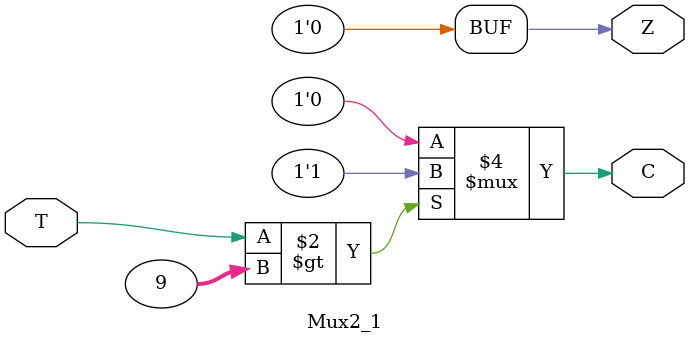
<source format=v>

module Mux2_1(C, Z, T); 
	input T;                   // Select line 
	output reg C, Z;        // Output
	
   always @ (T) begin
      if (T > 9) begin
         Z = -4'b1010;
         C = 1;
      end
      else begin
         Z = 0;
         C = 0;
      end
   end
endmodule

</source>
